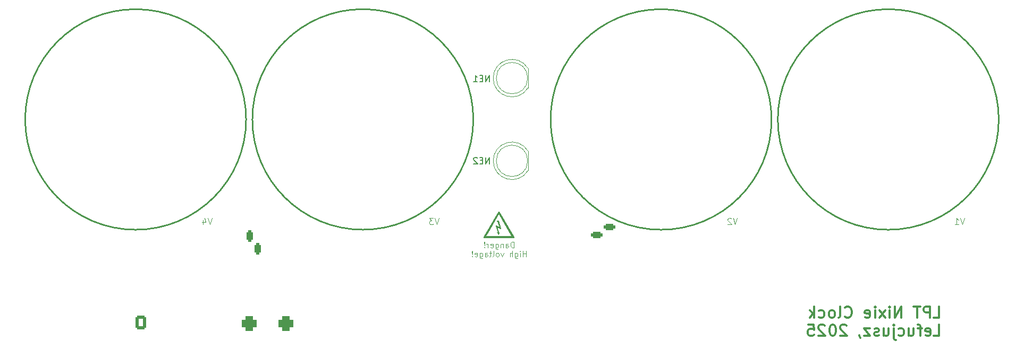
<source format=gbo>
G04 #@! TF.GenerationSoftware,KiCad,Pcbnew,8.0.6*
G04 #@! TF.CreationDate,2025-12-06T11:12:07+01:00*
G04 #@! TF.ProjectId,lpt_nixie_clock,6c70745f-6e69-4786-9965-5f636c6f636b,rev?*
G04 #@! TF.SameCoordinates,Original*
G04 #@! TF.FileFunction,Legend,Bot*
G04 #@! TF.FilePolarity,Positive*
%FSLAX46Y46*%
G04 Gerber Fmt 4.6, Leading zero omitted, Abs format (unit mm)*
G04 Created by KiCad (PCBNEW 8.0.6) date 2025-12-06 11:12:07*
%MOMM*%
%LPD*%
G01*
G04 APERTURE LIST*
G04 Aperture macros list*
%AMRoundRect*
0 Rectangle with rounded corners*
0 $1 Rounding radius*
0 $2 $3 $4 $5 $6 $7 $8 $9 X,Y pos of 4 corners*
0 Add a 4 corners polygon primitive as box body*
4,1,4,$2,$3,$4,$5,$6,$7,$8,$9,$2,$3,0*
0 Add four circle primitives for the rounded corners*
1,1,$1+$1,$2,$3*
1,1,$1+$1,$4,$5*
1,1,$1+$1,$6,$7*
1,1,$1+$1,$8,$9*
0 Add four rect primitives between the rounded corners*
20,1,$1+$1,$2,$3,$4,$5,0*
20,1,$1+$1,$4,$5,$6,$7,0*
20,1,$1+$1,$6,$7,$8,$9,0*
20,1,$1+$1,$8,$9,$2,$3,0*%
G04 Aperture macros list end*
%ADD10C,0.000000*%
%ADD11C,0.120000*%
%ADD12C,0.300000*%
%ADD13C,0.150000*%
%ADD14C,0.100000*%
%ADD15C,0.250000*%
%ADD16R,2.800000X2.800000*%
%ADD17C,2.800000*%
%ADD18C,3.200000*%
%ADD19C,1.600000*%
%ADD20O,1.600000X1.600000*%
%ADD21C,2.600000*%
%ADD22R,2.200000X2.200000*%
%ADD23O,2.200000X2.200000*%
%ADD24R,2.400000X1.600000*%
%ADD25O,2.400000X1.600000*%
%ADD26RoundRect,0.250000X0.620000X0.845000X-0.620000X0.845000X-0.620000X-0.845000X0.620000X-0.845000X0*%
%ADD27O,1.740000X2.190000*%
%ADD28RoundRect,0.575000X-0.575000X-0.575000X0.575000X-0.575000X0.575000X0.575000X-0.575000X0.575000X0*%
%ADD29C,2.300000*%
%ADD30R,1.600000X2.400000*%
%ADD31O,1.600000X2.400000*%
%ADD32R,1.600000X1.600000*%
%ADD33C,2.000000*%
%ADD34R,1.100000X1.800000*%
%ADD35RoundRect,0.275000X-0.275000X-0.625000X0.275000X-0.625000X0.275000X0.625000X-0.275000X0.625000X0*%
%ADD36R,1.800000X1.100000*%
%ADD37RoundRect,0.275000X0.625000X-0.275000X0.625000X0.275000X-0.625000X0.275000X-0.625000X-0.275000X0*%
%ADD38R,1.560000X1.560000*%
%ADD39C,1.560000*%
%ADD40R,2.000000X1.905000*%
%ADD41O,2.000000X1.905000*%
%ADD42R,1.800000X1.800000*%
%ADD43C,1.800000*%
%ADD44C,5.500000*%
G04 APERTURE END LIST*
D10*
G36*
X144517645Y-135970744D02*
G01*
X144519571Y-135974788D01*
X144521282Y-135978518D01*
X144522790Y-135981993D01*
X144524109Y-135985272D01*
X144525250Y-135988415D01*
X144526226Y-135991481D01*
X144527050Y-135994529D01*
X144527734Y-135997617D01*
X144528291Y-136000806D01*
X144528733Y-136004153D01*
X144529073Y-136007719D01*
X144529323Y-136011563D01*
X144529496Y-136015743D01*
X144529603Y-136020318D01*
X144529675Y-136030893D01*
X144529575Y-136041047D01*
X144529439Y-136045513D01*
X144529238Y-136049629D01*
X144528964Y-136053440D01*
X144528611Y-136056991D01*
X144528171Y-136060326D01*
X144527637Y-136063490D01*
X144527004Y-136066526D01*
X144526264Y-136069479D01*
X144525410Y-136072393D01*
X144524436Y-136075313D01*
X144523334Y-136078283D01*
X144522099Y-136081348D01*
X144519197Y-136087937D01*
X144516353Y-136093719D01*
X144513214Y-136099414D01*
X144509796Y-136105008D01*
X144506112Y-136110487D01*
X144502179Y-136115835D01*
X144498010Y-136121041D01*
X144493621Y-136126088D01*
X144489026Y-136130963D01*
X144484240Y-136135651D01*
X144479278Y-136140139D01*
X144474154Y-136144412D01*
X144468883Y-136148456D01*
X144463481Y-136152256D01*
X144457962Y-136155799D01*
X144452340Y-136159070D01*
X144446631Y-136162056D01*
X144421019Y-136174473D01*
X139675100Y-136174473D01*
X139649488Y-136162056D01*
X139643779Y-136159070D01*
X139638157Y-136155799D01*
X139632638Y-136152256D01*
X139627236Y-136148456D01*
X139621965Y-136144412D01*
X139616841Y-136140139D01*
X139611879Y-136135651D01*
X139607093Y-136130963D01*
X139602498Y-136126088D01*
X139598109Y-136121041D01*
X139593940Y-136115835D01*
X139590006Y-136110487D01*
X139586323Y-136105008D01*
X139582905Y-136099414D01*
X139579766Y-136093719D01*
X139576921Y-136087937D01*
X139575397Y-136084551D01*
X139574020Y-136081347D01*
X139572784Y-136078281D01*
X139571683Y-136075307D01*
X139570708Y-136072381D01*
X139569855Y-136069458D01*
X139569115Y-136066493D01*
X139568481Y-136063441D01*
X139567948Y-136060257D01*
X139567508Y-136056896D01*
X139567155Y-136053314D01*
X139566881Y-136049465D01*
X139566679Y-136045305D01*
X139566544Y-136040788D01*
X139566468Y-136035869D01*
X139566444Y-136030505D01*
X139566506Y-136019282D01*
X139566613Y-136014518D01*
X139566796Y-136010211D01*
X139567074Y-136006278D01*
X139567467Y-136002640D01*
X139567995Y-135999214D01*
X139568675Y-135995919D01*
X139569529Y-135992675D01*
X139570575Y-135989399D01*
X139571832Y-135986011D01*
X139573320Y-135982428D01*
X139575058Y-135978571D01*
X139577066Y-135974357D01*
X139581966Y-135964536D01*
X139679012Y-135798060D01*
X140065096Y-135798060D01*
X142050000Y-135800000D01*
X144034904Y-135798836D01*
X144027349Y-135785126D01*
X144006770Y-135748825D01*
X143939054Y-135630420D01*
X142946408Y-133898915D01*
X142048060Y-132335052D01*
X142043031Y-132343096D01*
X142029445Y-132366157D01*
X141980344Y-132450886D01*
X141908250Y-132576362D01*
X141820659Y-132729704D01*
X140363510Y-135274961D01*
X140065096Y-135798060D01*
X139679012Y-135798060D01*
X141942508Y-131915176D01*
X141945865Y-131911568D01*
X141949383Y-131908093D01*
X141953053Y-131904755D01*
X141956869Y-131901554D01*
X141964903Y-131895575D01*
X141973425Y-131890170D01*
X141982373Y-131885357D01*
X141991683Y-131881151D01*
X142001295Y-131877568D01*
X142011146Y-131874624D01*
X142021174Y-131872334D01*
X142031318Y-131870716D01*
X142041515Y-131869784D01*
X142051703Y-131869555D01*
X142061822Y-131870044D01*
X142071807Y-131871268D01*
X142081599Y-131873241D01*
X142086402Y-131874515D01*
X142091134Y-131875982D01*
X142095601Y-131877544D01*
X142100113Y-131879311D01*
X142104651Y-131881271D01*
X142109196Y-131883409D01*
X142113731Y-131885714D01*
X142118235Y-131888171D01*
X142122690Y-131890769D01*
X142127077Y-131893493D01*
X142131378Y-131896331D01*
X142135574Y-131899269D01*
X142139646Y-131902295D01*
X142143576Y-131905395D01*
X142147344Y-131908557D01*
X142150931Y-131911767D01*
X142154320Y-131915012D01*
X142157491Y-131918280D01*
X144417526Y-135798836D01*
X144517645Y-135970744D01*
G37*
G36*
X141975202Y-133374889D02*
G01*
X142026134Y-133375671D01*
X142042324Y-133376301D01*
X142053201Y-133377108D01*
X142059422Y-133378106D01*
X142060991Y-133378681D01*
X142061641Y-133379309D01*
X142140805Y-133657933D01*
X142307668Y-134245837D01*
X142425783Y-134663143D01*
X142443712Y-134727966D01*
X142446981Y-134742548D01*
X142423406Y-134733514D01*
X142360250Y-134708399D01*
X142153611Y-134625356D01*
X141946631Y-134542360D01*
X141883433Y-134517361D01*
X141859853Y-134508551D01*
X141859877Y-134509278D01*
X141860231Y-134511128D01*
X141861866Y-134517967D01*
X141864627Y-134528599D01*
X141868390Y-134542554D01*
X141878406Y-134578565D01*
X141890897Y-134622251D01*
X142052328Y-135183768D01*
X142060089Y-135210155D01*
X142117909Y-135210155D01*
X142140592Y-135210283D01*
X142159092Y-135210592D01*
X142171552Y-135210974D01*
X142174938Y-135211158D01*
X142176118Y-135211320D01*
X142172310Y-135222713D01*
X142161954Y-135252696D01*
X142127999Y-135350243D01*
X142053492Y-135564450D01*
X142042881Y-135594009D01*
X142033798Y-135618147D01*
X142030125Y-135627399D01*
X142027189Y-135634355D01*
X142025108Y-135638700D01*
X142024425Y-135639795D01*
X142024000Y-135640121D01*
X141978828Y-135575188D01*
X141883233Y-135433530D01*
X141788365Y-135291362D01*
X141745376Y-135224901D01*
X141745447Y-135224756D01*
X141745658Y-135224611D01*
X141746486Y-135224322D01*
X141747832Y-135224039D01*
X141749669Y-135223762D01*
X141751970Y-135223494D01*
X141754708Y-135223237D01*
X141761383Y-135222767D01*
X141769478Y-135222370D01*
X141778773Y-135222064D01*
X141789051Y-135221867D01*
X141800092Y-135221797D01*
X141854808Y-135221797D01*
X141852091Y-135210931D01*
X141570751Y-134167450D01*
X141563136Y-134139965D01*
X141556975Y-134117245D01*
X141552852Y-134101584D01*
X141551348Y-134095272D01*
X141574826Y-134104161D01*
X141638758Y-134129421D01*
X141848987Y-134213628D01*
X142059992Y-134297740D01*
X142124785Y-134323206D01*
X142149342Y-134332374D01*
X142149184Y-134331378D01*
X142148297Y-134328739D01*
X142144479Y-134318864D01*
X142138169Y-134303424D01*
X142129648Y-134283091D01*
X142107105Y-134230436D01*
X142079104Y-134166286D01*
X141881196Y-133716141D01*
X141789129Y-133506397D01*
X141743048Y-133402593D01*
X141730242Y-133374653D01*
X141895165Y-133374653D01*
X141975202Y-133374889D01*
G37*
D11*
X144435714Y-137634667D02*
X144435714Y-136734667D01*
X144435714Y-136734667D02*
X144221428Y-136734667D01*
X144221428Y-136734667D02*
X144092857Y-136777524D01*
X144092857Y-136777524D02*
X144007142Y-136863238D01*
X144007142Y-136863238D02*
X143964285Y-136948952D01*
X143964285Y-136948952D02*
X143921428Y-137120381D01*
X143921428Y-137120381D02*
X143921428Y-137248952D01*
X143921428Y-137248952D02*
X143964285Y-137420381D01*
X143964285Y-137420381D02*
X144007142Y-137506095D01*
X144007142Y-137506095D02*
X144092857Y-137591810D01*
X144092857Y-137591810D02*
X144221428Y-137634667D01*
X144221428Y-137634667D02*
X144435714Y-137634667D01*
X143150000Y-137634667D02*
X143150000Y-137163238D01*
X143150000Y-137163238D02*
X143192857Y-137077524D01*
X143192857Y-137077524D02*
X143278571Y-137034667D01*
X143278571Y-137034667D02*
X143450000Y-137034667D01*
X143450000Y-137034667D02*
X143535714Y-137077524D01*
X143150000Y-137591810D02*
X143235714Y-137634667D01*
X143235714Y-137634667D02*
X143450000Y-137634667D01*
X143450000Y-137634667D02*
X143535714Y-137591810D01*
X143535714Y-137591810D02*
X143578571Y-137506095D01*
X143578571Y-137506095D02*
X143578571Y-137420381D01*
X143578571Y-137420381D02*
X143535714Y-137334667D01*
X143535714Y-137334667D02*
X143450000Y-137291810D01*
X143450000Y-137291810D02*
X143235714Y-137291810D01*
X143235714Y-137291810D02*
X143150000Y-137248952D01*
X142721428Y-137034667D02*
X142721428Y-137634667D01*
X142721428Y-137120381D02*
X142678571Y-137077524D01*
X142678571Y-137077524D02*
X142592856Y-137034667D01*
X142592856Y-137034667D02*
X142464285Y-137034667D01*
X142464285Y-137034667D02*
X142378571Y-137077524D01*
X142378571Y-137077524D02*
X142335714Y-137163238D01*
X142335714Y-137163238D02*
X142335714Y-137634667D01*
X141521428Y-137034667D02*
X141521428Y-137763238D01*
X141521428Y-137763238D02*
X141564285Y-137848952D01*
X141564285Y-137848952D02*
X141607142Y-137891810D01*
X141607142Y-137891810D02*
X141692856Y-137934667D01*
X141692856Y-137934667D02*
X141821428Y-137934667D01*
X141821428Y-137934667D02*
X141907142Y-137891810D01*
X141521428Y-137591810D02*
X141607142Y-137634667D01*
X141607142Y-137634667D02*
X141778570Y-137634667D01*
X141778570Y-137634667D02*
X141864285Y-137591810D01*
X141864285Y-137591810D02*
X141907142Y-137548952D01*
X141907142Y-137548952D02*
X141949999Y-137463238D01*
X141949999Y-137463238D02*
X141949999Y-137206095D01*
X141949999Y-137206095D02*
X141907142Y-137120381D01*
X141907142Y-137120381D02*
X141864285Y-137077524D01*
X141864285Y-137077524D02*
X141778570Y-137034667D01*
X141778570Y-137034667D02*
X141607142Y-137034667D01*
X141607142Y-137034667D02*
X141521428Y-137077524D01*
X140749999Y-137591810D02*
X140835713Y-137634667D01*
X140835713Y-137634667D02*
X141007142Y-137634667D01*
X141007142Y-137634667D02*
X141092856Y-137591810D01*
X141092856Y-137591810D02*
X141135713Y-137506095D01*
X141135713Y-137506095D02*
X141135713Y-137163238D01*
X141135713Y-137163238D02*
X141092856Y-137077524D01*
X141092856Y-137077524D02*
X141007142Y-137034667D01*
X141007142Y-137034667D02*
X140835713Y-137034667D01*
X140835713Y-137034667D02*
X140749999Y-137077524D01*
X140749999Y-137077524D02*
X140707142Y-137163238D01*
X140707142Y-137163238D02*
X140707142Y-137248952D01*
X140707142Y-137248952D02*
X141135713Y-137334667D01*
X140321427Y-137634667D02*
X140321427Y-137034667D01*
X140321427Y-137206095D02*
X140278570Y-137120381D01*
X140278570Y-137120381D02*
X140235713Y-137077524D01*
X140235713Y-137077524D02*
X140149998Y-137034667D01*
X140149998Y-137034667D02*
X140064284Y-137034667D01*
X139764284Y-137548952D02*
X139721427Y-137591810D01*
X139721427Y-137591810D02*
X139764284Y-137634667D01*
X139764284Y-137634667D02*
X139807141Y-137591810D01*
X139807141Y-137591810D02*
X139764284Y-137548952D01*
X139764284Y-137548952D02*
X139764284Y-137634667D01*
X139764284Y-137291810D02*
X139807141Y-136777524D01*
X139807141Y-136777524D02*
X139764284Y-136734667D01*
X139764284Y-136734667D02*
X139721427Y-136777524D01*
X139721427Y-136777524D02*
X139764284Y-137291810D01*
X139764284Y-137291810D02*
X139764284Y-136734667D01*
X146385714Y-139083617D02*
X146385714Y-138183617D01*
X146385714Y-138612188D02*
X145871428Y-138612188D01*
X145871428Y-139083617D02*
X145871428Y-138183617D01*
X145442857Y-139083617D02*
X145442857Y-138483617D01*
X145442857Y-138183617D02*
X145485714Y-138226474D01*
X145485714Y-138226474D02*
X145442857Y-138269331D01*
X145442857Y-138269331D02*
X145400000Y-138226474D01*
X145400000Y-138226474D02*
X145442857Y-138183617D01*
X145442857Y-138183617D02*
X145442857Y-138269331D01*
X144628572Y-138483617D02*
X144628572Y-139212188D01*
X144628572Y-139212188D02*
X144671429Y-139297902D01*
X144671429Y-139297902D02*
X144714286Y-139340760D01*
X144714286Y-139340760D02*
X144800000Y-139383617D01*
X144800000Y-139383617D02*
X144928572Y-139383617D01*
X144928572Y-139383617D02*
X145014286Y-139340760D01*
X144628572Y-139040760D02*
X144714286Y-139083617D01*
X144714286Y-139083617D02*
X144885714Y-139083617D01*
X144885714Y-139083617D02*
X144971429Y-139040760D01*
X144971429Y-139040760D02*
X145014286Y-138997902D01*
X145014286Y-138997902D02*
X145057143Y-138912188D01*
X145057143Y-138912188D02*
X145057143Y-138655045D01*
X145057143Y-138655045D02*
X145014286Y-138569331D01*
X145014286Y-138569331D02*
X144971429Y-138526474D01*
X144971429Y-138526474D02*
X144885714Y-138483617D01*
X144885714Y-138483617D02*
X144714286Y-138483617D01*
X144714286Y-138483617D02*
X144628572Y-138526474D01*
X144200000Y-139083617D02*
X144200000Y-138183617D01*
X143814286Y-139083617D02*
X143814286Y-138612188D01*
X143814286Y-138612188D02*
X143857143Y-138526474D01*
X143857143Y-138526474D02*
X143942857Y-138483617D01*
X143942857Y-138483617D02*
X144071428Y-138483617D01*
X144071428Y-138483617D02*
X144157143Y-138526474D01*
X144157143Y-138526474D02*
X144200000Y-138569331D01*
X142785714Y-138483617D02*
X142571428Y-139083617D01*
X142571428Y-139083617D02*
X142357143Y-138483617D01*
X141885714Y-139083617D02*
X141971429Y-139040760D01*
X141971429Y-139040760D02*
X142014286Y-138997902D01*
X142014286Y-138997902D02*
X142057143Y-138912188D01*
X142057143Y-138912188D02*
X142057143Y-138655045D01*
X142057143Y-138655045D02*
X142014286Y-138569331D01*
X142014286Y-138569331D02*
X141971429Y-138526474D01*
X141971429Y-138526474D02*
X141885714Y-138483617D01*
X141885714Y-138483617D02*
X141757143Y-138483617D01*
X141757143Y-138483617D02*
X141671429Y-138526474D01*
X141671429Y-138526474D02*
X141628572Y-138569331D01*
X141628572Y-138569331D02*
X141585714Y-138655045D01*
X141585714Y-138655045D02*
X141585714Y-138912188D01*
X141585714Y-138912188D02*
X141628572Y-138997902D01*
X141628572Y-138997902D02*
X141671429Y-139040760D01*
X141671429Y-139040760D02*
X141757143Y-139083617D01*
X141757143Y-139083617D02*
X141885714Y-139083617D01*
X141071428Y-139083617D02*
X141157143Y-139040760D01*
X141157143Y-139040760D02*
X141200000Y-138955045D01*
X141200000Y-138955045D02*
X141200000Y-138183617D01*
X140857142Y-138483617D02*
X140514285Y-138483617D01*
X140728571Y-138183617D02*
X140728571Y-138955045D01*
X140728571Y-138955045D02*
X140685714Y-139040760D01*
X140685714Y-139040760D02*
X140599999Y-139083617D01*
X140599999Y-139083617D02*
X140514285Y-139083617D01*
X139828571Y-139083617D02*
X139828571Y-138612188D01*
X139828571Y-138612188D02*
X139871428Y-138526474D01*
X139871428Y-138526474D02*
X139957142Y-138483617D01*
X139957142Y-138483617D02*
X140128571Y-138483617D01*
X140128571Y-138483617D02*
X140214285Y-138526474D01*
X139828571Y-139040760D02*
X139914285Y-139083617D01*
X139914285Y-139083617D02*
X140128571Y-139083617D01*
X140128571Y-139083617D02*
X140214285Y-139040760D01*
X140214285Y-139040760D02*
X140257142Y-138955045D01*
X140257142Y-138955045D02*
X140257142Y-138869331D01*
X140257142Y-138869331D02*
X140214285Y-138783617D01*
X140214285Y-138783617D02*
X140128571Y-138740760D01*
X140128571Y-138740760D02*
X139914285Y-138740760D01*
X139914285Y-138740760D02*
X139828571Y-138697902D01*
X139014285Y-138483617D02*
X139014285Y-139212188D01*
X139014285Y-139212188D02*
X139057142Y-139297902D01*
X139057142Y-139297902D02*
X139099999Y-139340760D01*
X139099999Y-139340760D02*
X139185713Y-139383617D01*
X139185713Y-139383617D02*
X139314285Y-139383617D01*
X139314285Y-139383617D02*
X139399999Y-139340760D01*
X139014285Y-139040760D02*
X139099999Y-139083617D01*
X139099999Y-139083617D02*
X139271427Y-139083617D01*
X139271427Y-139083617D02*
X139357142Y-139040760D01*
X139357142Y-139040760D02*
X139399999Y-138997902D01*
X139399999Y-138997902D02*
X139442856Y-138912188D01*
X139442856Y-138912188D02*
X139442856Y-138655045D01*
X139442856Y-138655045D02*
X139399999Y-138569331D01*
X139399999Y-138569331D02*
X139357142Y-138526474D01*
X139357142Y-138526474D02*
X139271427Y-138483617D01*
X139271427Y-138483617D02*
X139099999Y-138483617D01*
X139099999Y-138483617D02*
X139014285Y-138526474D01*
X138242856Y-139040760D02*
X138328570Y-139083617D01*
X138328570Y-139083617D02*
X138499999Y-139083617D01*
X138499999Y-139083617D02*
X138585713Y-139040760D01*
X138585713Y-139040760D02*
X138628570Y-138955045D01*
X138628570Y-138955045D02*
X138628570Y-138612188D01*
X138628570Y-138612188D02*
X138585713Y-138526474D01*
X138585713Y-138526474D02*
X138499999Y-138483617D01*
X138499999Y-138483617D02*
X138328570Y-138483617D01*
X138328570Y-138483617D02*
X138242856Y-138526474D01*
X138242856Y-138526474D02*
X138199999Y-138612188D01*
X138199999Y-138612188D02*
X138199999Y-138697902D01*
X138199999Y-138697902D02*
X138628570Y-138783617D01*
X137814284Y-138997902D02*
X137771427Y-139040760D01*
X137771427Y-139040760D02*
X137814284Y-139083617D01*
X137814284Y-139083617D02*
X137857141Y-139040760D01*
X137857141Y-139040760D02*
X137814284Y-138997902D01*
X137814284Y-138997902D02*
X137814284Y-139083617D01*
X137814284Y-138740760D02*
X137857141Y-138226474D01*
X137857141Y-138226474D02*
X137814284Y-138183617D01*
X137814284Y-138183617D02*
X137771427Y-138226474D01*
X137771427Y-138226474D02*
X137814284Y-138740760D01*
X137814284Y-138740760D02*
X137814284Y-138183617D01*
D12*
X211316917Y-148866215D02*
X212174060Y-148866215D01*
X212174060Y-148866215D02*
X212174060Y-147066215D01*
X210716917Y-148866215D02*
X210716917Y-147066215D01*
X210716917Y-147066215D02*
X210031203Y-147066215D01*
X210031203Y-147066215D02*
X209859774Y-147151929D01*
X209859774Y-147151929D02*
X209774060Y-147237643D01*
X209774060Y-147237643D02*
X209688346Y-147409072D01*
X209688346Y-147409072D02*
X209688346Y-147666215D01*
X209688346Y-147666215D02*
X209774060Y-147837643D01*
X209774060Y-147837643D02*
X209859774Y-147923358D01*
X209859774Y-147923358D02*
X210031203Y-148009072D01*
X210031203Y-148009072D02*
X210716917Y-148009072D01*
X209174060Y-147066215D02*
X208145489Y-147066215D01*
X208659774Y-148866215D02*
X208659774Y-147066215D01*
X206174059Y-148866215D02*
X206174059Y-147066215D01*
X206174059Y-147066215D02*
X205145488Y-148866215D01*
X205145488Y-148866215D02*
X205145488Y-147066215D01*
X204288345Y-148866215D02*
X204288345Y-147666215D01*
X204288345Y-147066215D02*
X204374059Y-147151929D01*
X204374059Y-147151929D02*
X204288345Y-147237643D01*
X204288345Y-147237643D02*
X204202631Y-147151929D01*
X204202631Y-147151929D02*
X204288345Y-147066215D01*
X204288345Y-147066215D02*
X204288345Y-147237643D01*
X203602631Y-148866215D02*
X202659774Y-147666215D01*
X203602631Y-147666215D02*
X202659774Y-148866215D01*
X201974059Y-148866215D02*
X201974059Y-147666215D01*
X201974059Y-147066215D02*
X202059773Y-147151929D01*
X202059773Y-147151929D02*
X201974059Y-147237643D01*
X201974059Y-147237643D02*
X201888345Y-147151929D01*
X201888345Y-147151929D02*
X201974059Y-147066215D01*
X201974059Y-147066215D02*
X201974059Y-147237643D01*
X200431202Y-148780501D02*
X200602630Y-148866215D01*
X200602630Y-148866215D02*
X200945488Y-148866215D01*
X200945488Y-148866215D02*
X201116916Y-148780501D01*
X201116916Y-148780501D02*
X201202630Y-148609072D01*
X201202630Y-148609072D02*
X201202630Y-147923358D01*
X201202630Y-147923358D02*
X201116916Y-147751929D01*
X201116916Y-147751929D02*
X200945488Y-147666215D01*
X200945488Y-147666215D02*
X200602630Y-147666215D01*
X200602630Y-147666215D02*
X200431202Y-147751929D01*
X200431202Y-147751929D02*
X200345488Y-147923358D01*
X200345488Y-147923358D02*
X200345488Y-148094786D01*
X200345488Y-148094786D02*
X201202630Y-148266215D01*
X197174059Y-148694786D02*
X197259773Y-148780501D01*
X197259773Y-148780501D02*
X197516916Y-148866215D01*
X197516916Y-148866215D02*
X197688344Y-148866215D01*
X197688344Y-148866215D02*
X197945487Y-148780501D01*
X197945487Y-148780501D02*
X198116916Y-148609072D01*
X198116916Y-148609072D02*
X198202630Y-148437643D01*
X198202630Y-148437643D02*
X198288344Y-148094786D01*
X198288344Y-148094786D02*
X198288344Y-147837643D01*
X198288344Y-147837643D02*
X198202630Y-147494786D01*
X198202630Y-147494786D02*
X198116916Y-147323358D01*
X198116916Y-147323358D02*
X197945487Y-147151929D01*
X197945487Y-147151929D02*
X197688344Y-147066215D01*
X197688344Y-147066215D02*
X197516916Y-147066215D01*
X197516916Y-147066215D02*
X197259773Y-147151929D01*
X197259773Y-147151929D02*
X197174059Y-147237643D01*
X196145487Y-148866215D02*
X196316916Y-148780501D01*
X196316916Y-148780501D02*
X196402630Y-148609072D01*
X196402630Y-148609072D02*
X196402630Y-147066215D01*
X195202630Y-148866215D02*
X195374059Y-148780501D01*
X195374059Y-148780501D02*
X195459773Y-148694786D01*
X195459773Y-148694786D02*
X195545487Y-148523358D01*
X195545487Y-148523358D02*
X195545487Y-148009072D01*
X195545487Y-148009072D02*
X195459773Y-147837643D01*
X195459773Y-147837643D02*
X195374059Y-147751929D01*
X195374059Y-147751929D02*
X195202630Y-147666215D01*
X195202630Y-147666215D02*
X194945487Y-147666215D01*
X194945487Y-147666215D02*
X194774059Y-147751929D01*
X194774059Y-147751929D02*
X194688345Y-147837643D01*
X194688345Y-147837643D02*
X194602630Y-148009072D01*
X194602630Y-148009072D02*
X194602630Y-148523358D01*
X194602630Y-148523358D02*
X194688345Y-148694786D01*
X194688345Y-148694786D02*
X194774059Y-148780501D01*
X194774059Y-148780501D02*
X194945487Y-148866215D01*
X194945487Y-148866215D02*
X195202630Y-148866215D01*
X193059774Y-148780501D02*
X193231202Y-148866215D01*
X193231202Y-148866215D02*
X193574059Y-148866215D01*
X193574059Y-148866215D02*
X193745488Y-148780501D01*
X193745488Y-148780501D02*
X193831202Y-148694786D01*
X193831202Y-148694786D02*
X193916916Y-148523358D01*
X193916916Y-148523358D02*
X193916916Y-148009072D01*
X193916916Y-148009072D02*
X193831202Y-147837643D01*
X193831202Y-147837643D02*
X193745488Y-147751929D01*
X193745488Y-147751929D02*
X193574059Y-147666215D01*
X193574059Y-147666215D02*
X193231202Y-147666215D01*
X193231202Y-147666215D02*
X193059774Y-147751929D01*
X192288345Y-148866215D02*
X192288345Y-147066215D01*
X192116917Y-148180501D02*
X191602631Y-148866215D01*
X191602631Y-147666215D02*
X192288345Y-148351929D01*
X211316917Y-151764114D02*
X212174060Y-151764114D01*
X212174060Y-151764114D02*
X212174060Y-149964114D01*
X210031203Y-151678400D02*
X210202631Y-151764114D01*
X210202631Y-151764114D02*
X210545489Y-151764114D01*
X210545489Y-151764114D02*
X210716917Y-151678400D01*
X210716917Y-151678400D02*
X210802631Y-151506971D01*
X210802631Y-151506971D02*
X210802631Y-150821257D01*
X210802631Y-150821257D02*
X210716917Y-150649828D01*
X210716917Y-150649828D02*
X210545489Y-150564114D01*
X210545489Y-150564114D02*
X210202631Y-150564114D01*
X210202631Y-150564114D02*
X210031203Y-150649828D01*
X210031203Y-150649828D02*
X209945489Y-150821257D01*
X209945489Y-150821257D02*
X209945489Y-150992685D01*
X209945489Y-150992685D02*
X210802631Y-151164114D01*
X209431203Y-150564114D02*
X208745489Y-150564114D01*
X209174060Y-151764114D02*
X209174060Y-150221257D01*
X209174060Y-150221257D02*
X209088346Y-150049828D01*
X209088346Y-150049828D02*
X208916917Y-149964114D01*
X208916917Y-149964114D02*
X208745489Y-149964114D01*
X207374061Y-150564114D02*
X207374061Y-151764114D01*
X208145489Y-150564114D02*
X208145489Y-151506971D01*
X208145489Y-151506971D02*
X208059775Y-151678400D01*
X208059775Y-151678400D02*
X207888346Y-151764114D01*
X207888346Y-151764114D02*
X207631203Y-151764114D01*
X207631203Y-151764114D02*
X207459775Y-151678400D01*
X207459775Y-151678400D02*
X207374061Y-151592685D01*
X205745490Y-151678400D02*
X205916918Y-151764114D01*
X205916918Y-151764114D02*
X206259775Y-151764114D01*
X206259775Y-151764114D02*
X206431204Y-151678400D01*
X206431204Y-151678400D02*
X206516918Y-151592685D01*
X206516918Y-151592685D02*
X206602632Y-151421257D01*
X206602632Y-151421257D02*
X206602632Y-150906971D01*
X206602632Y-150906971D02*
X206516918Y-150735542D01*
X206516918Y-150735542D02*
X206431204Y-150649828D01*
X206431204Y-150649828D02*
X206259775Y-150564114D01*
X206259775Y-150564114D02*
X205916918Y-150564114D01*
X205916918Y-150564114D02*
X205745490Y-150649828D01*
X204974061Y-150564114D02*
X204974061Y-152106971D01*
X204974061Y-152106971D02*
X205059775Y-152278400D01*
X205059775Y-152278400D02*
X205231204Y-152364114D01*
X205231204Y-152364114D02*
X205316918Y-152364114D01*
X204974061Y-149964114D02*
X205059775Y-150049828D01*
X205059775Y-150049828D02*
X204974061Y-150135542D01*
X204974061Y-150135542D02*
X204888347Y-150049828D01*
X204888347Y-150049828D02*
X204974061Y-149964114D01*
X204974061Y-149964114D02*
X204974061Y-150135542D01*
X203345490Y-150564114D02*
X203345490Y-151764114D01*
X204116918Y-150564114D02*
X204116918Y-151506971D01*
X204116918Y-151506971D02*
X204031204Y-151678400D01*
X204031204Y-151678400D02*
X203859775Y-151764114D01*
X203859775Y-151764114D02*
X203602632Y-151764114D01*
X203602632Y-151764114D02*
X203431204Y-151678400D01*
X203431204Y-151678400D02*
X203345490Y-151592685D01*
X202574061Y-151678400D02*
X202402633Y-151764114D01*
X202402633Y-151764114D02*
X202059776Y-151764114D01*
X202059776Y-151764114D02*
X201888347Y-151678400D01*
X201888347Y-151678400D02*
X201802633Y-151506971D01*
X201802633Y-151506971D02*
X201802633Y-151421257D01*
X201802633Y-151421257D02*
X201888347Y-151249828D01*
X201888347Y-151249828D02*
X202059776Y-151164114D01*
X202059776Y-151164114D02*
X202316919Y-151164114D01*
X202316919Y-151164114D02*
X202488347Y-151078400D01*
X202488347Y-151078400D02*
X202574061Y-150906971D01*
X202574061Y-150906971D02*
X202574061Y-150821257D01*
X202574061Y-150821257D02*
X202488347Y-150649828D01*
X202488347Y-150649828D02*
X202316919Y-150564114D01*
X202316919Y-150564114D02*
X202059776Y-150564114D01*
X202059776Y-150564114D02*
X201888347Y-150649828D01*
X201202633Y-150564114D02*
X200259776Y-150564114D01*
X200259776Y-150564114D02*
X201202633Y-151764114D01*
X201202633Y-151764114D02*
X200259776Y-151764114D01*
X199488347Y-151678400D02*
X199488347Y-151764114D01*
X199488347Y-151764114D02*
X199574061Y-151935542D01*
X199574061Y-151935542D02*
X199659775Y-152021257D01*
X197431203Y-150135542D02*
X197345489Y-150049828D01*
X197345489Y-150049828D02*
X197174061Y-149964114D01*
X197174061Y-149964114D02*
X196745489Y-149964114D01*
X196745489Y-149964114D02*
X196574061Y-150049828D01*
X196574061Y-150049828D02*
X196488346Y-150135542D01*
X196488346Y-150135542D02*
X196402632Y-150306971D01*
X196402632Y-150306971D02*
X196402632Y-150478400D01*
X196402632Y-150478400D02*
X196488346Y-150735542D01*
X196488346Y-150735542D02*
X197516918Y-151764114D01*
X197516918Y-151764114D02*
X196402632Y-151764114D01*
X195288346Y-149964114D02*
X195116917Y-149964114D01*
X195116917Y-149964114D02*
X194945489Y-150049828D01*
X194945489Y-150049828D02*
X194859775Y-150135542D01*
X194859775Y-150135542D02*
X194774060Y-150306971D01*
X194774060Y-150306971D02*
X194688346Y-150649828D01*
X194688346Y-150649828D02*
X194688346Y-151078400D01*
X194688346Y-151078400D02*
X194774060Y-151421257D01*
X194774060Y-151421257D02*
X194859775Y-151592685D01*
X194859775Y-151592685D02*
X194945489Y-151678400D01*
X194945489Y-151678400D02*
X195116917Y-151764114D01*
X195116917Y-151764114D02*
X195288346Y-151764114D01*
X195288346Y-151764114D02*
X195459775Y-151678400D01*
X195459775Y-151678400D02*
X195545489Y-151592685D01*
X195545489Y-151592685D02*
X195631203Y-151421257D01*
X195631203Y-151421257D02*
X195716917Y-151078400D01*
X195716917Y-151078400D02*
X195716917Y-150649828D01*
X195716917Y-150649828D02*
X195631203Y-150306971D01*
X195631203Y-150306971D02*
X195545489Y-150135542D01*
X195545489Y-150135542D02*
X195459775Y-150049828D01*
X195459775Y-150049828D02*
X195288346Y-149964114D01*
X194002631Y-150135542D02*
X193916917Y-150049828D01*
X193916917Y-150049828D02*
X193745489Y-149964114D01*
X193745489Y-149964114D02*
X193316917Y-149964114D01*
X193316917Y-149964114D02*
X193145489Y-150049828D01*
X193145489Y-150049828D02*
X193059774Y-150135542D01*
X193059774Y-150135542D02*
X192974060Y-150306971D01*
X192974060Y-150306971D02*
X192974060Y-150478400D01*
X192974060Y-150478400D02*
X193059774Y-150735542D01*
X193059774Y-150735542D02*
X194088346Y-151764114D01*
X194088346Y-151764114D02*
X192974060Y-151764114D01*
X191345488Y-149964114D02*
X192202631Y-149964114D01*
X192202631Y-149964114D02*
X192288345Y-150821257D01*
X192288345Y-150821257D02*
X192202631Y-150735542D01*
X192202631Y-150735542D02*
X192031203Y-150649828D01*
X192031203Y-150649828D02*
X191602631Y-150649828D01*
X191602631Y-150649828D02*
X191431203Y-150735542D01*
X191431203Y-150735542D02*
X191345488Y-150821257D01*
X191345488Y-150821257D02*
X191259774Y-150992685D01*
X191259774Y-150992685D02*
X191259774Y-151421257D01*
X191259774Y-151421257D02*
X191345488Y-151592685D01*
X191345488Y-151592685D02*
X191431203Y-151678400D01*
X191431203Y-151678400D02*
X191602631Y-151764114D01*
X191602631Y-151764114D02*
X192031203Y-151764114D01*
X192031203Y-151764114D02*
X192202631Y-151678400D01*
X192202631Y-151678400D02*
X192288345Y-151592685D01*
D13*
X140514285Y-111154819D02*
X140514285Y-110154819D01*
X140514285Y-110154819D02*
X139942857Y-111154819D01*
X139942857Y-111154819D02*
X139942857Y-110154819D01*
X139466666Y-110631009D02*
X139133333Y-110631009D01*
X138990476Y-111154819D02*
X139466666Y-111154819D01*
X139466666Y-111154819D02*
X139466666Y-110154819D01*
X139466666Y-110154819D02*
X138990476Y-110154819D01*
X138038095Y-111154819D02*
X138609523Y-111154819D01*
X138323809Y-111154819D02*
X138323809Y-110154819D01*
X138323809Y-110154819D02*
X138419047Y-110297676D01*
X138419047Y-110297676D02*
X138514285Y-110392914D01*
X138514285Y-110392914D02*
X138609523Y-110440533D01*
D14*
X216226523Y-132957419D02*
X215893190Y-133957419D01*
X215893190Y-133957419D02*
X215559857Y-132957419D01*
X214702714Y-133957419D02*
X215274142Y-133957419D01*
X214988428Y-133957419D02*
X214988428Y-132957419D01*
X214988428Y-132957419D02*
X215083666Y-133100276D01*
X215083666Y-133100276D02*
X215178904Y-133195514D01*
X215178904Y-133195514D02*
X215274142Y-133243133D01*
D13*
X140514285Y-124254819D02*
X140514285Y-123254819D01*
X140514285Y-123254819D02*
X139942857Y-124254819D01*
X139942857Y-124254819D02*
X139942857Y-123254819D01*
X139466666Y-123731009D02*
X139133333Y-123731009D01*
X138990476Y-124254819D02*
X139466666Y-124254819D01*
X139466666Y-124254819D02*
X139466666Y-123254819D01*
X139466666Y-123254819D02*
X138990476Y-123254819D01*
X138609523Y-123350057D02*
X138561904Y-123302438D01*
X138561904Y-123302438D02*
X138466666Y-123254819D01*
X138466666Y-123254819D02*
X138228571Y-123254819D01*
X138228571Y-123254819D02*
X138133333Y-123302438D01*
X138133333Y-123302438D02*
X138085714Y-123350057D01*
X138085714Y-123350057D02*
X138038095Y-123445295D01*
X138038095Y-123445295D02*
X138038095Y-123540533D01*
X138038095Y-123540533D02*
X138085714Y-123683390D01*
X138085714Y-123683390D02*
X138657142Y-124254819D01*
X138657142Y-124254819D02*
X138038095Y-124254819D01*
D14*
X96309523Y-132957419D02*
X95976190Y-133957419D01*
X95976190Y-133957419D02*
X95642857Y-132957419D01*
X94880952Y-133290752D02*
X94880952Y-133957419D01*
X95119047Y-132909800D02*
X95357142Y-133624085D01*
X95357142Y-133624085D02*
X94738095Y-133624085D01*
X132509901Y-132951313D02*
X132176568Y-133951313D01*
X132176568Y-133951313D02*
X131843235Y-132951313D01*
X131605139Y-132951313D02*
X130986092Y-132951313D01*
X130986092Y-132951313D02*
X131319425Y-133332265D01*
X131319425Y-133332265D02*
X131176568Y-133332265D01*
X131176568Y-133332265D02*
X131081330Y-133379884D01*
X131081330Y-133379884D02*
X131033711Y-133427503D01*
X131033711Y-133427503D02*
X130986092Y-133522741D01*
X130986092Y-133522741D02*
X130986092Y-133760836D01*
X130986092Y-133760836D02*
X131033711Y-133856074D01*
X131033711Y-133856074D02*
X131081330Y-133903694D01*
X131081330Y-133903694D02*
X131176568Y-133951313D01*
X131176568Y-133951313D02*
X131462282Y-133951313D01*
X131462282Y-133951313D02*
X131557520Y-133903694D01*
X131557520Y-133903694D02*
X131605139Y-133856074D01*
X180026523Y-132957419D02*
X179693190Y-133957419D01*
X179693190Y-133957419D02*
X179359857Y-132957419D01*
X179074142Y-133052657D02*
X179026523Y-133005038D01*
X179026523Y-133005038D02*
X178931285Y-132957419D01*
X178931285Y-132957419D02*
X178693190Y-132957419D01*
X178693190Y-132957419D02*
X178597952Y-133005038D01*
X178597952Y-133005038D02*
X178550333Y-133052657D01*
X178550333Y-133052657D02*
X178502714Y-133147895D01*
X178502714Y-133147895D02*
X178502714Y-133243133D01*
X178502714Y-133243133D02*
X178550333Y-133385990D01*
X178550333Y-133385990D02*
X179121761Y-133957419D01*
X179121761Y-133957419D02*
X178502714Y-133957419D01*
D11*
X146693200Y-112145000D02*
X146693200Y-109055000D01*
X141143200Y-110600462D02*
G75*
G02*
X146693200Y-109055170I2990000J462D01*
G01*
X146693200Y-112144830D02*
G75*
G02*
X141143200Y-110599538I-2560000J1544830D01*
G01*
X146633200Y-110600000D02*
G75*
G02*
X141633200Y-110600000I-2500000J0D01*
G01*
X141633200Y-110600000D02*
G75*
G02*
X146633200Y-110600000I2500000J0D01*
G01*
D15*
X221688428Y-117200000D02*
G75*
G02*
X186488428Y-117200000I-17600000J0D01*
G01*
X186488428Y-117200000D02*
G75*
G02*
X221688428Y-117200000I17600000J0D01*
G01*
D11*
X146693200Y-125345000D02*
X146693200Y-122255000D01*
X141143200Y-123800462D02*
G75*
G02*
X146693200Y-122255170I2990000J462D01*
G01*
X146693200Y-125344830D02*
G75*
G02*
X141143200Y-123799538I-2560000J1544830D01*
G01*
X146633200Y-123800000D02*
G75*
G02*
X141633200Y-123800000I-2500000J0D01*
G01*
X141633200Y-123800000D02*
G75*
G02*
X146633200Y-123800000I2500000J0D01*
G01*
D15*
X101771428Y-117200000D02*
G75*
G02*
X66571428Y-117200000I-17600000J0D01*
G01*
X66571428Y-117200000D02*
G75*
G02*
X101771428Y-117200000I17600000J0D01*
G01*
X137971806Y-117193894D02*
G75*
G02*
X102771806Y-117193894I-17600000J0D01*
G01*
X102771806Y-117193894D02*
G75*
G02*
X137971806Y-117193894I17600000J0D01*
G01*
X185488428Y-117200000D02*
G75*
G02*
X150288428Y-117200000I-17600000J0D01*
G01*
X150288428Y-117200000D02*
G75*
G02*
X185488428Y-117200000I17600000J0D01*
G01*
%LPC*%
D16*
X90600000Y-148795000D03*
D17*
X95600000Y-148795000D03*
D18*
X68150000Y-148600000D03*
D19*
X147600000Y-151480000D03*
D20*
X147600000Y-141320000D03*
D19*
X197000000Y-145280000D03*
D20*
X197000000Y-135120000D03*
D21*
X130800000Y-150100000D03*
X130800000Y-145100000D03*
D19*
X97900000Y-139350000D03*
D20*
X97900000Y-131850000D03*
D19*
X176400000Y-145280000D03*
D20*
X176400000Y-135120000D03*
D18*
X68150000Y-85800000D03*
D22*
X99380000Y-142400000D03*
D23*
X89220000Y-142400000D03*
D19*
X84720000Y-136200000D03*
D20*
X94880000Y-136200000D03*
D19*
X165750000Y-140200000D03*
D20*
X158250000Y-140200000D03*
D24*
X114375000Y-136475000D03*
D25*
X114375000Y-139015000D03*
X114375000Y-141555000D03*
X121995000Y-141555000D03*
X121995000Y-139015000D03*
X121995000Y-136475000D03*
D26*
X85000000Y-149600000D03*
D27*
X82460000Y-149600000D03*
X79920000Y-149600000D03*
X77380000Y-149600000D03*
D19*
X132400000Y-87075000D03*
D20*
X132400000Y-94575000D03*
D19*
X211000000Y-145280000D03*
D20*
X211000000Y-135120000D03*
D24*
X179575000Y-139675000D03*
D25*
X179575000Y-142215000D03*
X179575000Y-144755000D03*
X187195000Y-144755000D03*
X187195000Y-142215000D03*
X187195000Y-139675000D03*
D28*
X102300000Y-149800000D03*
X108100000Y-149800000D03*
D29*
X117000000Y-149800000D03*
X122800000Y-149800000D03*
D18*
X220150000Y-148600000D03*
D30*
X213140000Y-86875000D03*
D31*
X210600000Y-86875000D03*
X208060000Y-86875000D03*
X205520000Y-86875000D03*
X202980000Y-86875000D03*
X200440000Y-86875000D03*
X197900000Y-86875000D03*
X195360000Y-86875000D03*
X195360000Y-94495000D03*
X197900000Y-94495000D03*
X200440000Y-94495000D03*
X202980000Y-94495000D03*
X205520000Y-94495000D03*
X208060000Y-94495000D03*
X210600000Y-94495000D03*
X213140000Y-94495000D03*
D19*
X114320000Y-144800000D03*
D20*
X124480000Y-144800000D03*
D19*
X136920000Y-133000000D03*
D20*
X147080000Y-133000000D03*
D19*
X139120000Y-100200000D03*
D20*
X149280000Y-100200000D03*
D32*
X106100000Y-143200000D03*
D19*
X103600000Y-143200000D03*
X73200000Y-142680000D03*
D20*
X73200000Y-132520000D03*
D32*
X130800000Y-136147349D03*
D19*
X130800000Y-139647349D03*
D30*
X135700000Y-94625000D03*
D31*
X138240000Y-94625000D03*
X140780000Y-94625000D03*
X143320000Y-94625000D03*
X145860000Y-94625000D03*
X148400000Y-94625000D03*
X150940000Y-94625000D03*
X153480000Y-94625000D03*
X153480000Y-87005000D03*
X150940000Y-87005000D03*
X148400000Y-87005000D03*
X145860000Y-87005000D03*
X143320000Y-87005000D03*
X140780000Y-87005000D03*
X138240000Y-87005000D03*
X135700000Y-87005000D03*
D19*
X111000000Y-144080000D03*
D20*
X111000000Y-133920000D03*
D24*
X77180000Y-139275000D03*
D25*
X77180000Y-141815000D03*
X77180000Y-144355000D03*
X84800000Y-144355000D03*
X84800000Y-141815000D03*
X84800000Y-139275000D03*
D33*
X183400000Y-149400000D03*
D19*
X150800000Y-151450000D03*
D20*
X150800000Y-143950000D03*
D19*
X108000000Y-87075000D03*
D20*
X108000000Y-94575000D03*
D34*
X101060000Y-137870000D03*
D35*
X102330000Y-135800000D03*
X103600000Y-137870000D03*
D19*
X169200000Y-141320000D03*
D20*
X169200000Y-151480000D03*
D36*
X159670000Y-136870000D03*
D37*
X157600000Y-135600000D03*
X159670000Y-134330000D03*
D30*
X76500000Y-94525000D03*
D31*
X79040000Y-94525000D03*
X81580000Y-94525000D03*
X84120000Y-94525000D03*
X86660000Y-94525000D03*
X89200000Y-94525000D03*
X91740000Y-94525000D03*
X91740000Y-86905000D03*
X89200000Y-86905000D03*
X86660000Y-86905000D03*
X84120000Y-86905000D03*
X81580000Y-86905000D03*
X79040000Y-86905000D03*
X76500000Y-86905000D03*
D18*
X220150000Y-85800000D03*
D19*
X173080000Y-136600000D03*
D20*
X162920000Y-136600000D03*
D30*
X176775000Y-86875000D03*
D31*
X174235000Y-86875000D03*
X171695000Y-86875000D03*
X169155000Y-86875000D03*
X166615000Y-86875000D03*
X164075000Y-86875000D03*
X161535000Y-86875000D03*
X158995000Y-86875000D03*
X158995000Y-94495000D03*
X161535000Y-94495000D03*
X164075000Y-94495000D03*
X166615000Y-94495000D03*
X169155000Y-94495000D03*
X171695000Y-94495000D03*
X174235000Y-94495000D03*
X176775000Y-94495000D03*
D19*
X154800000Y-151450000D03*
D20*
X154800000Y-143950000D03*
D19*
X139120000Y-103200000D03*
D20*
X149280000Y-103200000D03*
D32*
X101330000Y-131550000D03*
D19*
X103330000Y-131550000D03*
X147080000Y-137000000D03*
D20*
X136920000Y-137000000D03*
D19*
X105080000Y-86900000D03*
D20*
X94920000Y-86900000D03*
D19*
X106730000Y-138500000D03*
D20*
X106730000Y-131000000D03*
D38*
X149960000Y-137500000D03*
D39*
X154960000Y-135000000D03*
X149960000Y-132500000D03*
D19*
X172600000Y-141320000D03*
D20*
X172600000Y-151480000D03*
D24*
X200175000Y-139675000D03*
D25*
X200175000Y-142215000D03*
X200175000Y-144755000D03*
X207795000Y-144755000D03*
X207795000Y-142215000D03*
X207795000Y-139675000D03*
D22*
X138600000Y-141120000D03*
D23*
X138600000Y-151280000D03*
D40*
X144200000Y-147840000D03*
D41*
X144200000Y-145300000D03*
X144200000Y-142760000D03*
D30*
X111360000Y-94645000D03*
D31*
X113900000Y-94645000D03*
X116440000Y-94645000D03*
X118980000Y-94645000D03*
X121520000Y-94645000D03*
X124060000Y-94645000D03*
X126600000Y-94645000D03*
X129140000Y-94645000D03*
X129140000Y-87025000D03*
X126600000Y-87025000D03*
X124060000Y-87025000D03*
X121520000Y-87025000D03*
X118980000Y-87025000D03*
X116440000Y-87025000D03*
X113900000Y-87025000D03*
X111360000Y-87025000D03*
D24*
X158175000Y-143400000D03*
D25*
X158175000Y-145940000D03*
X158175000Y-148480000D03*
X158175000Y-151020000D03*
X165795000Y-151020000D03*
X165795000Y-148480000D03*
X165795000Y-145940000D03*
X165795000Y-143400000D03*
D19*
X73200000Y-86950000D03*
D20*
X73200000Y-94450000D03*
D19*
X190400000Y-145280000D03*
D20*
X190400000Y-135120000D03*
D42*
X145403200Y-110600000D03*
D43*
X142863200Y-110600000D03*
D44*
X200256865Y-130249104D03*
X193810234Y-126106106D03*
X190626856Y-119135482D03*
X191717433Y-111550356D03*
X196735713Y-105758952D03*
X204088428Y-103600000D03*
X211441143Y-105758952D03*
X216459423Y-111550356D03*
X217550000Y-119135482D03*
X214366622Y-126106106D03*
X207919991Y-130249104D03*
D42*
X145403200Y-123800000D03*
D43*
X142863200Y-123800000D03*
D44*
X80339865Y-130249104D03*
X73893234Y-126106106D03*
X70709856Y-119135482D03*
X71800433Y-111550356D03*
X76818713Y-105758952D03*
X84171428Y-103600000D03*
X91524143Y-105758952D03*
X96542423Y-111550356D03*
X97633000Y-119135482D03*
X94449622Y-126106106D03*
X88002991Y-130249104D03*
X116540243Y-130242998D03*
X110093612Y-126100000D03*
X106910234Y-119129376D03*
X108000811Y-111544250D03*
X113019091Y-105752846D03*
X120371806Y-103593894D03*
X127724521Y-105752846D03*
X132742801Y-111544250D03*
X133833378Y-119129376D03*
X130650000Y-126100000D03*
X124203369Y-130242998D03*
X164056865Y-130249104D03*
X157610234Y-126106106D03*
X154426856Y-119135482D03*
X155517433Y-111550356D03*
X160535713Y-105758952D03*
X167888428Y-103600000D03*
X175241143Y-105758952D03*
X180259423Y-111550356D03*
X181350000Y-119135482D03*
X178166622Y-126106106D03*
X171719991Y-130249104D03*
%LPD*%
M02*

</source>
